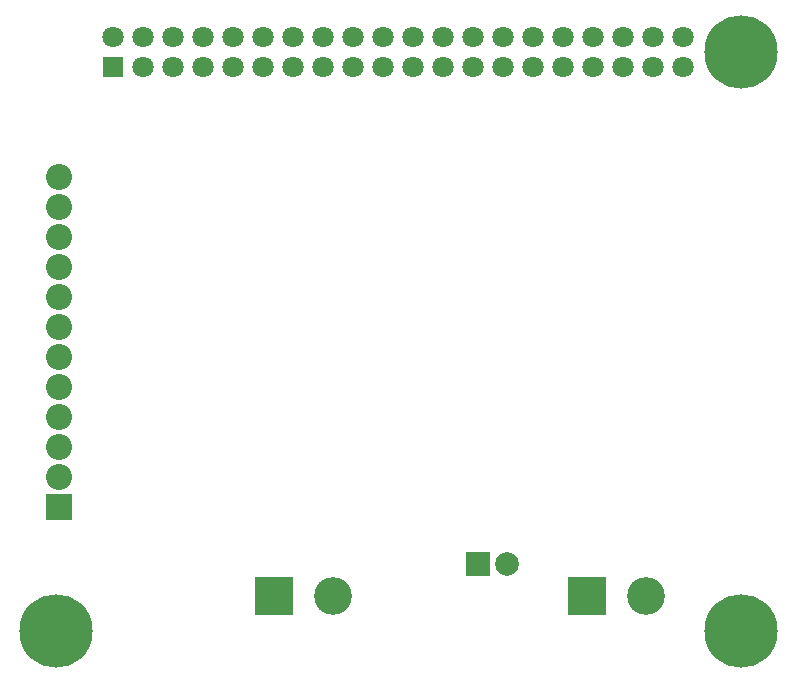
<source format=gbs>
G04*
G04 #@! TF.GenerationSoftware,Altium Limited,CircuitStudio,1.5.2 (30)*
G04*
G04 Layer_Color=8150272*
%FSLAX25Y25*%
%MOIN*%
G70*
G01*
G75*
%ADD60C,0.12611*%
%ADD61R,0.12611X0.12611*%
%ADD62C,0.08674*%
%ADD63R,0.08674X0.08674*%
%ADD64C,0.24422*%
%ADD65C,0.07099*%
%ADD66R,0.07099X0.07099*%
%ADD67R,0.07887X0.07887*%
%ADD68C,0.07887*%
D60*
X528630Y594591D02*
D03*
X424299D02*
D03*
D61*
X508945D02*
D03*
X404614D02*
D03*
D62*
X332764Y634236D02*
D03*
Y644236D02*
D03*
Y654236D02*
D03*
Y664236D02*
D03*
Y674236D02*
D03*
Y684236D02*
D03*
Y694236D02*
D03*
Y704236D02*
D03*
Y714236D02*
D03*
Y724236D02*
D03*
Y734236D02*
D03*
D63*
Y624236D02*
D03*
D64*
X560126Y775693D02*
D03*
X331780Y582780D02*
D03*
X560126D02*
D03*
D65*
X540953Y770693D02*
D03*
Y780693D02*
D03*
X510953Y770693D02*
D03*
Y780693D02*
D03*
X520953D02*
D03*
Y770693D02*
D03*
X530953Y780693D02*
D03*
Y770693D02*
D03*
X500953D02*
D03*
Y780693D02*
D03*
X490953Y770693D02*
D03*
Y780693D02*
D03*
X480953D02*
D03*
Y770693D02*
D03*
X420953D02*
D03*
Y780693D02*
D03*
X430953D02*
D03*
Y770693D02*
D03*
X440953Y780693D02*
D03*
Y770693D02*
D03*
X470953D02*
D03*
Y780693D02*
D03*
X460953Y770693D02*
D03*
Y780693D02*
D03*
X450953D02*
D03*
Y770693D02*
D03*
X390953D02*
D03*
Y780693D02*
D03*
X400953D02*
D03*
Y770693D02*
D03*
X410953Y780693D02*
D03*
Y770693D02*
D03*
X380953D02*
D03*
Y780693D02*
D03*
X370953Y770693D02*
D03*
Y780693D02*
D03*
X360953D02*
D03*
Y770693D02*
D03*
X350953Y780693D02*
D03*
D66*
Y770693D02*
D03*
D67*
X472528Y605221D02*
D03*
D68*
X482370D02*
D03*
M02*

</source>
